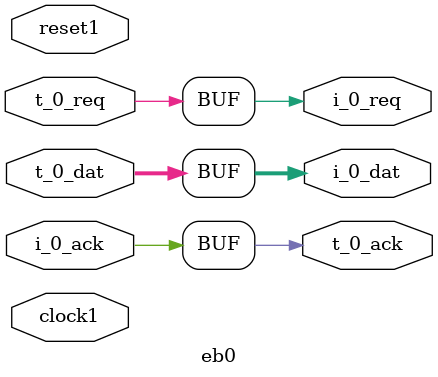
<source format=sv>
module eb0 (
    input [127:0]           t_0_dat,
    input                   t_0_req,
    output logic            t_0_ack,

    output logic [127:0]    i_0_dat,
    output logic            i_0_req,
    input                   i_0_ack,

    input clock1, reset1
);

assign i_0_dat = t_0_dat;
assign i_0_req = t_0_req;
assign t_0_ack = i_0_ack;

endmodule

</source>
